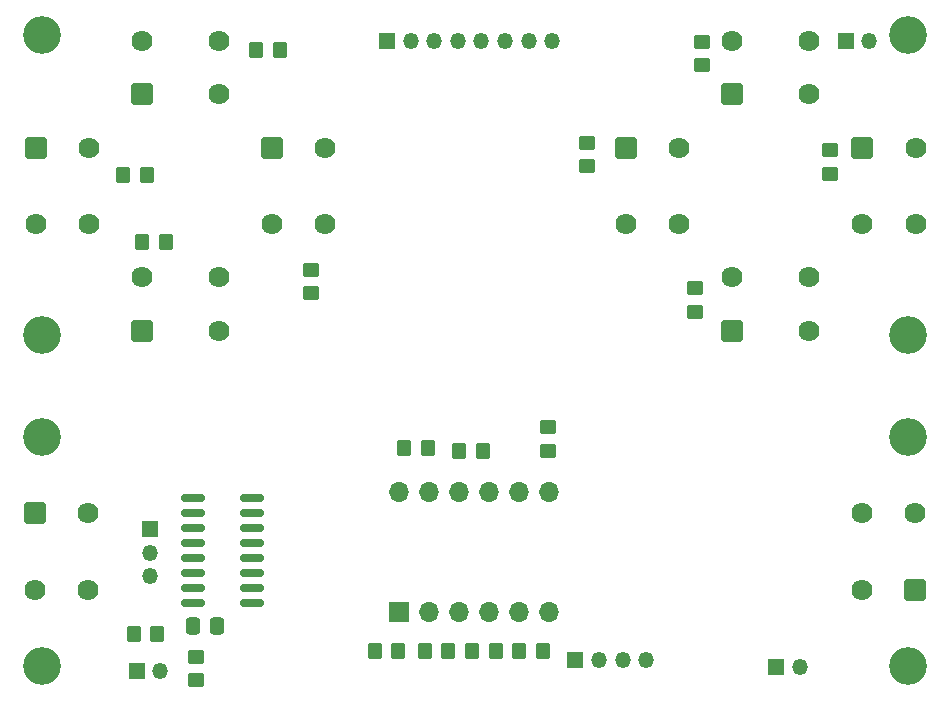
<source format=gts>
%TF.GenerationSoftware,KiCad,Pcbnew,8.0.4*%
%TF.CreationDate,2024-08-07T19:34:09-04:00*%
%TF.ProjectId,button_board,62757474-6f6e-45f6-926f-6172642e6b69,rev?*%
%TF.SameCoordinates,Original*%
%TF.FileFunction,Soldermask,Top*%
%TF.FilePolarity,Negative*%
%FSLAX46Y46*%
G04 Gerber Fmt 4.6, Leading zero omitted, Abs format (unit mm)*
G04 Created by KiCad (PCBNEW 8.0.4) date 2024-08-07 19:34:09*
%MOMM*%
%LPD*%
G01*
G04 APERTURE LIST*
G04 Aperture macros list*
%AMRoundRect*
0 Rectangle with rounded corners*
0 $1 Rounding radius*
0 $2 $3 $4 $5 $6 $7 $8 $9 X,Y pos of 4 corners*
0 Add a 4 corners polygon primitive as box body*
4,1,4,$2,$3,$4,$5,$6,$7,$8,$9,$2,$3,0*
0 Add four circle primitives for the rounded corners*
1,1,$1+$1,$2,$3*
1,1,$1+$1,$4,$5*
1,1,$1+$1,$6,$7*
1,1,$1+$1,$8,$9*
0 Add four rect primitives between the rounded corners*
20,1,$1+$1,$2,$3,$4,$5,0*
20,1,$1+$1,$4,$5,$6,$7,0*
20,1,$1+$1,$6,$7,$8,$9,0*
20,1,$1+$1,$8,$9,$2,$3,0*%
G04 Aperture macros list end*
%ADD10RoundRect,0.250000X-0.337500X-0.475000X0.337500X-0.475000X0.337500X0.475000X-0.337500X0.475000X0*%
%ADD11RoundRect,0.250000X-0.450000X0.350000X-0.450000X-0.350000X0.450000X-0.350000X0.450000X0.350000X0*%
%ADD12RoundRect,0.250000X-0.350000X-0.450000X0.350000X-0.450000X0.350000X0.450000X-0.350000X0.450000X0*%
%ADD13C,3.200000*%
%ADD14RoundRect,0.102000X-0.787500X-0.787500X0.787500X-0.787500X0.787500X0.787500X-0.787500X0.787500X0*%
%ADD15C,1.779000*%
%ADD16RoundRect,0.102000X-0.787500X0.787500X-0.787500X-0.787500X0.787500X-0.787500X0.787500X0.787500X0*%
%ADD17RoundRect,0.150000X0.850000X0.150000X-0.850000X0.150000X-0.850000X-0.150000X0.850000X-0.150000X0*%
%ADD18R,1.700000X1.700000*%
%ADD19O,1.700000X1.700000*%
%ADD20RoundRect,0.250000X0.350000X0.450000X-0.350000X0.450000X-0.350000X-0.450000X0.350000X-0.450000X0*%
%ADD21RoundRect,0.102000X0.787500X-0.787500X0.787500X0.787500X-0.787500X0.787500X-0.787500X-0.787500X0*%
%ADD22RoundRect,0.250000X0.450000X-0.350000X0.450000X0.350000X-0.450000X0.350000X-0.450000X-0.350000X0*%
%ADD23R,1.350000X1.350000*%
%ADD24O,1.350000X1.350000*%
G04 APERTURE END LIST*
D10*
%TO.C,REF\u002A\u002A*%
X113800000Y-128800000D03*
X115875000Y-128800000D03*
%TD*%
D11*
%TO.C,R35*%
X147206000Y-87909000D03*
X147206000Y-89909000D03*
%TD*%
D12*
%TO.C,R17*%
X137456000Y-130959000D03*
X139456000Y-130959000D03*
%TD*%
%TO.C,R22*%
X108800000Y-129459000D03*
X110800000Y-129459000D03*
%TD*%
D13*
%TO.C,*%
X174406000Y-112809000D03*
%TD*%
D12*
%TO.C,R26*%
X119206000Y-80059000D03*
X121206000Y-80059000D03*
%TD*%
D13*
%TO.C,*%
X101006000Y-78809000D03*
%TD*%
D14*
%TO.C,SW9*%
X159506000Y-83809000D03*
D15*
X166006000Y-83809000D03*
X159506000Y-79309000D03*
X166006000Y-79309000D03*
%TD*%
D16*
%TO.C,SW10*%
X150506000Y-88309000D03*
D15*
X150506000Y-94809000D03*
X155006000Y-88309000D03*
X155006000Y-94809000D03*
%TD*%
D13*
%TO.C,*%
X174406000Y-78809000D03*
%TD*%
%TO.C,*%
X174406000Y-132209000D03*
%TD*%
D11*
%TO.C,R36*%
X156306000Y-100209000D03*
X156306000Y-102209000D03*
%TD*%
D13*
%TO.C,*%
X101006000Y-132209000D03*
%TD*%
%TO.C,*%
X174406000Y-104209000D03*
%TD*%
D14*
%TO.C,SW5*%
X109506000Y-83809000D03*
D15*
X116006000Y-83809000D03*
X109506000Y-79309000D03*
X116006000Y-79309000D03*
%TD*%
D16*
%TO.C,SW12*%
X170506000Y-88309000D03*
D15*
X170506000Y-94809000D03*
X175006000Y-88309000D03*
X175006000Y-94809000D03*
%TD*%
D17*
%TO.C,U4*%
X118821000Y-126854000D03*
X118821000Y-125584000D03*
X118821000Y-124314000D03*
X118821000Y-123044000D03*
X118821000Y-121774000D03*
X118821000Y-120504000D03*
X118821000Y-119234000D03*
X118821000Y-117964000D03*
X113821000Y-117964000D03*
X113821000Y-119234000D03*
X113821000Y-120504000D03*
X113821000Y-121774000D03*
X113821000Y-123044000D03*
X113821000Y-124314000D03*
X113821000Y-125584000D03*
X113821000Y-126854000D03*
%TD*%
D18*
%TO.C,U5*%
X131306000Y-127609000D03*
D19*
X133846000Y-127609000D03*
X136386000Y-127609000D03*
X138926000Y-127609000D03*
X141466000Y-127609000D03*
X144006000Y-127609000D03*
X144011000Y-117449000D03*
X141471000Y-117449000D03*
X138931000Y-117449000D03*
X136391000Y-117449000D03*
X133851000Y-117449000D03*
X131311000Y-117449000D03*
%TD*%
D20*
%TO.C,R20*%
X131221000Y-130959000D03*
X129221000Y-130959000D03*
%TD*%
D16*
%TO.C,SW3*%
X100456000Y-119259000D03*
D15*
X100456000Y-125759000D03*
X104956000Y-119259000D03*
X104956000Y-125759000D03*
%TD*%
D13*
%TO.C,*%
X101006000Y-104209000D03*
%TD*%
D21*
%TO.C,SW4*%
X174956000Y-125759000D03*
D15*
X174956000Y-119259000D03*
X170456000Y-125759000D03*
X170456000Y-119259000D03*
%TD*%
D22*
%TO.C,R37*%
X167756000Y-90509000D03*
X167756000Y-88509000D03*
%TD*%
D12*
%TO.C,R27*%
X107906000Y-90609000D03*
X109906000Y-90609000D03*
%TD*%
D20*
%TO.C,R18*%
X143456000Y-130959000D03*
X141456000Y-130959000D03*
%TD*%
D23*
%TO.C,J10*%
X169106000Y-79259000D03*
D24*
X171106000Y-79259000D03*
%TD*%
D22*
%TO.C,R23*%
X114100000Y-133400000D03*
X114100000Y-131400000D03*
%TD*%
D23*
%TO.C,J11*%
X130256000Y-79259000D03*
D24*
X132256000Y-79259000D03*
X134256000Y-79259000D03*
X136256000Y-79259000D03*
X138256000Y-79259000D03*
X140256000Y-79259000D03*
X142256000Y-79259000D03*
X144256000Y-79259000D03*
%TD*%
D11*
%TO.C,R29*%
X123806000Y-98659000D03*
X123806000Y-100659000D03*
%TD*%
D14*
%TO.C,SW11*%
X159506000Y-103809000D03*
D15*
X166006000Y-103809000D03*
X159506000Y-99309000D03*
X166006000Y-99309000D03*
%TD*%
D16*
%TO.C,SW8*%
X120506000Y-88309000D03*
D15*
X120506000Y-94809000D03*
X125006000Y-88309000D03*
X125006000Y-94809000D03*
%TD*%
D23*
%TO.C,J9*%
X109071000Y-132659000D03*
D24*
X111071000Y-132659000D03*
%TD*%
D14*
%TO.C,SW7*%
X109506000Y-103809000D03*
D15*
X116006000Y-103809000D03*
X109506000Y-99309000D03*
X116006000Y-99309000D03*
%TD*%
D16*
%TO.C,SW6*%
X100506000Y-88309000D03*
D15*
X100506000Y-94809000D03*
X105006000Y-88309000D03*
X105006000Y-94809000D03*
%TD*%
D23*
%TO.C,J6*%
X163206000Y-132259000D03*
D24*
X165206000Y-132259000D03*
%TD*%
D12*
%TO.C,R15*%
X131721000Y-113709000D03*
X133721000Y-113709000D03*
%TD*%
%TO.C,R28*%
X109506000Y-96309000D03*
X111506000Y-96309000D03*
%TD*%
D11*
%TO.C,R16*%
X143921004Y-111989000D03*
X143921004Y-113989000D03*
%TD*%
D20*
%TO.C,R21*%
X135456000Y-130959000D03*
X133456000Y-130959000D03*
%TD*%
D12*
%TO.C,R19*%
X136356000Y-113959000D03*
X138356000Y-113959000D03*
%TD*%
D23*
%TO.C,J7*%
X146206000Y-131709000D03*
D24*
X148206000Y-131709000D03*
X150206000Y-131709000D03*
X152206000Y-131709000D03*
%TD*%
D23*
%TO.C,J8*%
X110206000Y-120609000D03*
D24*
X110206000Y-122609000D03*
X110206000Y-124609000D03*
%TD*%
D11*
%TO.C,R34*%
X156956000Y-79359000D03*
X156956000Y-81359000D03*
%TD*%
D13*
%TO.C,*%
X101006000Y-112809000D03*
%TD*%
M02*

</source>
